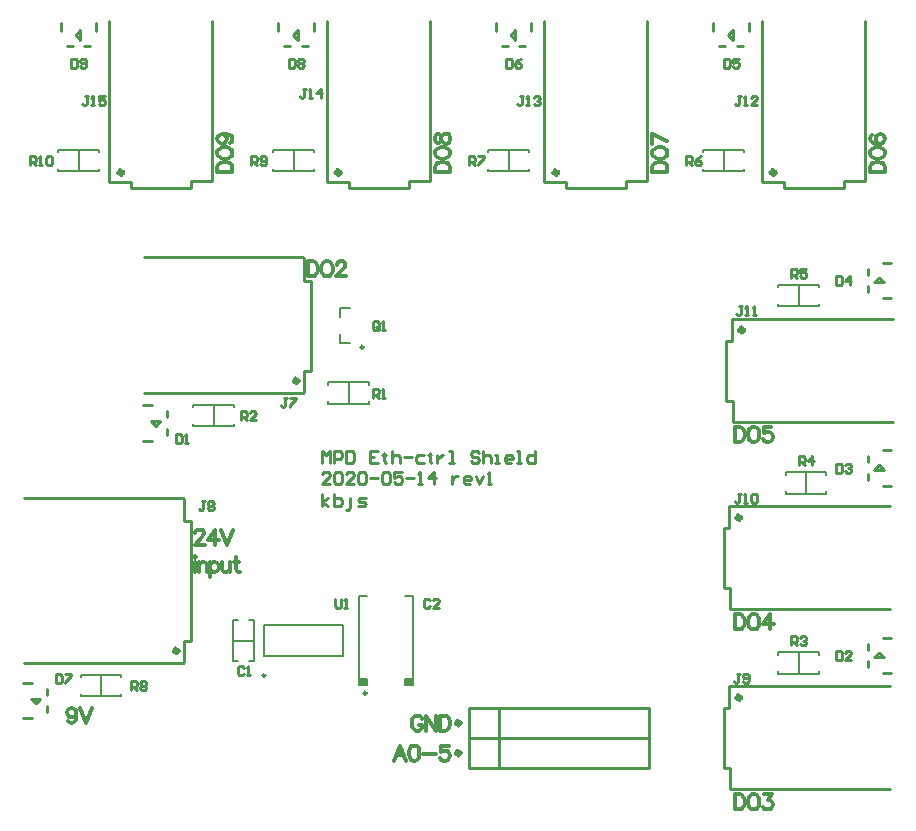
<source format=gto>
G04*
G04 #@! TF.GenerationSoftware,Altium Limited,Altium Designer,20.0.13 (296)*
G04*
G04 Layer_Color=65535*
%FSTAX24Y24*%
%MOIN*%
G70*
G01*
G75*
%ADD10C,0.0197*%
%ADD11C,0.0098*%
%ADD12C,0.0100*%
%ADD13C,0.0059*%
%ADD14C,0.0079*%
%ADD15C,0.0120*%
%ADD16R,0.0266X0.0217*%
D10*
X007463Y021598D02*
G03*
X007463Y021598I-000059J0D01*
G01*
X014713D02*
G03*
X014713Y021598I-000059J0D01*
G01*
X021963D02*
G03*
X021963Y021598I-000059J0D01*
G01*
X029213D02*
G03*
X029213Y021598I-000059J0D01*
G01*
X028157Y016346D02*
G03*
X028157Y016346I-000059J0D01*
G01*
X028059Y010096D02*
G03*
X028059Y010096I-000059J0D01*
G01*
Y004096D02*
G03*
X028059Y004096I-000059J0D01*
G01*
X009309Y005654D02*
G03*
X009309Y005654I-000059J0D01*
G01*
X013309Y014654D02*
G03*
X013309Y014654I-000059J0D01*
G01*
X018713Y00225D02*
G03*
X018713Y00225I-000059J0D01*
G01*
Y00325D02*
G03*
X018713Y00325I-000059J0D01*
G01*
D11*
X01223Y004839D02*
G03*
X01223Y004839I-000049J0D01*
G01*
X0156Y004248D02*
G03*
X0156Y004248I-000049J0D01*
G01*
X015502Y015782D02*
G03*
X015502Y015782I-000049J0D01*
G01*
D12*
X009785Y021323D02*
X010455D01*
X00703Y021283D02*
X007738D01*
X010455Y021323D02*
Y026638D01*
X00703Y021283D02*
Y026638D01*
X00975Y021098D02*
Y021323D01*
X00775Y021098D02*
X00975D01*
X00775D02*
Y021283D01*
X017035Y021323D02*
X017705D01*
X01428Y021283D02*
X014988D01*
X017705Y021323D02*
Y026638D01*
X01428Y021283D02*
Y026638D01*
X017Y021098D02*
Y021323D01*
X015Y021098D02*
X017D01*
X015D02*
Y021283D01*
X024285Y021323D02*
X024955D01*
X02153Y021283D02*
X022238D01*
X024955Y021323D02*
Y026638D01*
X02153Y021283D02*
Y026638D01*
X02425Y021098D02*
Y021323D01*
X02225Y021098D02*
X02425D01*
X02225D02*
Y021283D01*
X031535Y021323D02*
X032205D01*
X02878Y021283D02*
X029488D01*
X032205Y021323D02*
Y026638D01*
X02878Y021283D02*
Y026638D01*
X0315Y021098D02*
Y021323D01*
X0295Y021098D02*
X0315D01*
X0295D02*
Y021283D01*
X027823Y013295D02*
Y013965D01*
X027783Y016012D02*
Y01672D01*
X027823Y013295D02*
X033138D01*
X027783Y01672D02*
X033138D01*
X027598Y014D02*
X027823D01*
X027598D02*
Y016D01*
X027783D01*
X027724Y007045D02*
Y007715D01*
X027685Y009762D02*
Y01047D01*
X027724Y007045D02*
X033039D01*
X027685Y01047D02*
X033039D01*
X0275Y00775D02*
X027724D01*
X0275D02*
Y00975D01*
X027685D01*
X027724Y001045D02*
Y001715D01*
X027685Y003762D02*
Y00447D01*
X027724Y001045D02*
X033039D01*
X027685Y00447D02*
X033039D01*
X0275Y00175D02*
X027724D01*
X0275D02*
Y00375D01*
X027685D01*
X009526Y010004D02*
Y010713D01*
X009486Y010752D02*
X009526Y010713D01*
X004171Y010752D02*
X009486D01*
X009526Y00528D02*
Y005988D01*
X009486Y00524D02*
X009526Y00528D01*
X004171Y00524D02*
X009486D01*
X009526Y006D02*
X00975D01*
Y01D01*
X009526D02*
X00975D01*
X013526Y01802D02*
Y018728D01*
X013486Y018768D02*
X013526Y018728D01*
X008171Y018768D02*
X013486D01*
X013526Y01428D02*
Y014988D01*
X013486Y01424D02*
X013526Y01428D01*
X008171Y01424D02*
X013486D01*
X013526Y015D02*
X01375D01*
Y018D01*
X013526D02*
X01375D01*
X005606Y025803D02*
X005803D01*
X006197D02*
X006394D01*
X005902Y026177D02*
X006059Y026335D01*
X005902Y026177D02*
X006057Y026022D01*
X006059Y026024D02*
Y026335D01*
X006591Y026315D02*
Y026591D01*
X005409Y026315D02*
Y026591D01*
X012856Y025803D02*
X013053D01*
X013447D02*
X013644D01*
X013152Y026177D02*
X013309Y026335D01*
X013152Y026177D02*
X013307Y026022D01*
X013309Y026024D02*
Y026335D01*
X013841Y026315D02*
Y026591D01*
X012659Y026315D02*
Y026591D01*
X004947Y003606D02*
Y003803D01*
Y004197D02*
Y004394D01*
X004415Y004059D02*
X004573Y003902D01*
X004728Y004057D01*
X004415Y004059D02*
X004726D01*
X004159Y004591D02*
X004435D01*
X004159Y003409D02*
X004435D01*
X020106Y025803D02*
X020303D01*
X020697D02*
X020894D01*
X020402Y026177D02*
X020559Y026335D01*
X020402Y026177D02*
X020557Y026022D01*
X020559Y026024D02*
Y026335D01*
X021091Y026315D02*
Y026591D01*
X019909Y026315D02*
Y026591D01*
X027356Y025803D02*
X027553D01*
X027947D02*
X028144D01*
X027652Y026177D02*
X027809Y026335D01*
X027652Y026177D02*
X027807Y026022D01*
X027809Y026024D02*
Y026335D01*
X028341Y026315D02*
Y026591D01*
X027159Y026315D02*
Y026591D01*
X032303Y018197D02*
Y018394D01*
Y017606D02*
Y017803D01*
X032677Y018098D02*
X032835Y017941D01*
X032522Y017943D02*
X032677Y018098D01*
X032524Y017941D02*
X032835D01*
X032815Y017409D02*
X033091D01*
X032815Y018591D02*
X033091D01*
X032303Y011947D02*
Y012144D01*
Y011356D02*
Y011553D01*
X032677Y011848D02*
X032835Y011691D01*
X032522Y011693D02*
X032677Y011848D01*
X032524Y011691D02*
X032835D01*
X032815Y011159D02*
X033091D01*
X032815Y012341D02*
X033091D01*
X032303Y005697D02*
Y005894D01*
Y005106D02*
Y005303D01*
X032677Y005598D02*
X032835Y005441D01*
X032522Y005443D02*
X032677Y005598D01*
X032524Y005441D02*
X032835D01*
X032815Y004909D02*
X033091D01*
X032815Y006091D02*
X033091D01*
X008947Y012856D02*
Y013053D01*
Y013447D02*
Y013644D01*
X008415Y013309D02*
X008573Y013152D01*
X008728Y013307D01*
X008415Y013309D02*
X008726D01*
X008159Y013841D02*
X008435D01*
X008159Y012659D02*
X008435D01*
X02Y00175D02*
Y00275D01*
X019D02*
X02D01*
X019Y00175D02*
Y00275D01*
Y00175D02*
X025D01*
Y00275D01*
X019D02*
X025D01*
X02D02*
Y00375D01*
X019D02*
X02D01*
X019Y00275D02*
Y00375D01*
Y00275D02*
X025D01*
Y00375D01*
X019D02*
X025D01*
X0141Y011923D02*
Y012323D01*
X014233Y01219D01*
X014367Y012323D01*
Y011923D01*
X0145D02*
Y012323D01*
X0147D01*
X014766Y012256D01*
Y012123D01*
X0147Y012056D01*
X0145D01*
X0149Y012323D02*
Y011923D01*
X0151D01*
X015166Y01199D01*
Y012256D01*
X0151Y012323D01*
X0149D01*
X015966D02*
X015699D01*
Y011923D01*
X015966D01*
X015699Y012123D02*
X015833D01*
X016166Y012256D02*
Y01219D01*
X016099D01*
X016233D01*
X016166D01*
Y01199D01*
X016233Y011923D01*
X016433Y012323D02*
Y011923D01*
Y012123D01*
X016499Y01219D01*
X016633D01*
X016699Y012123D01*
Y011923D01*
X016832Y012123D02*
X017099D01*
X017499Y01219D02*
X017299D01*
X017232Y012123D01*
Y01199D01*
X017299Y011923D01*
X017499D01*
X017699Y012256D02*
Y01219D01*
X017632D01*
X017765D01*
X017699D01*
Y01199D01*
X017765Y011923D01*
X017965Y01219D02*
Y011923D01*
Y012056D01*
X018032Y012123D01*
X018099Y01219D01*
X018165D01*
X018365Y011923D02*
X018499D01*
X018432D01*
Y012323D01*
X018365D01*
X019365Y012256D02*
X019298Y012323D01*
X019165D01*
X019098Y012256D01*
Y01219D01*
X019165Y012123D01*
X019298D01*
X019365Y012056D01*
Y01199D01*
X019298Y011923D01*
X019165D01*
X019098Y01199D01*
X019498Y012323D02*
Y011923D01*
Y012123D01*
X019565Y01219D01*
X019698D01*
X019765Y012123D01*
Y011923D01*
X019898D02*
X020031D01*
X019965D01*
Y01219D01*
X019898D01*
X020431Y011923D02*
X020298D01*
X020231Y01199D01*
Y012123D01*
X020298Y01219D01*
X020431D01*
X020498Y012123D01*
Y012056D01*
X020231D01*
X020631Y011923D02*
X020765D01*
X020698D01*
Y012323D01*
X020631D01*
X021231D02*
Y011923D01*
X021031D01*
X020964Y01199D01*
Y012123D01*
X021031Y01219D01*
X021231D01*
X014367Y011203D02*
X0141D01*
X014367Y01147D01*
Y011536D01*
X0143Y011603D01*
X014167D01*
X0141Y011536D01*
X0145D02*
X014567Y011603D01*
X0147D01*
X014766Y011536D01*
Y01127D01*
X0147Y011203D01*
X014567D01*
X0145Y01127D01*
Y011536D01*
X015166Y011203D02*
X0149D01*
X015166Y01147D01*
Y011536D01*
X0151Y011603D01*
X014966D01*
X0149Y011536D01*
X0153D02*
X015366Y011603D01*
X0155D01*
X015566Y011536D01*
Y01127D01*
X0155Y011203D01*
X015366D01*
X0153Y01127D01*
Y011536D01*
X015699Y011403D02*
X015966D01*
X016099Y011536D02*
X016166Y011603D01*
X016299D01*
X016366Y011536D01*
Y01127D01*
X016299Y011203D01*
X016166D01*
X016099Y01127D01*
Y011536D01*
X016766Y011603D02*
X016499D01*
Y011403D01*
X016633Y01147D01*
X016699D01*
X016766Y011403D01*
Y01127D01*
X016699Y011203D01*
X016566D01*
X016499Y01127D01*
X016899Y011403D02*
X017166D01*
X017299Y011203D02*
X017432D01*
X017366D01*
Y011603D01*
X017299Y011536D01*
X017832Y011203D02*
Y011603D01*
X017632Y011403D01*
X017899D01*
X018432Y01147D02*
Y011203D01*
Y011336D01*
X018499Y011403D01*
X018565Y01147D01*
X018632D01*
X019032Y011203D02*
X018898D01*
X018832Y01127D01*
Y011403D01*
X018898Y01147D01*
X019032D01*
X019098Y011403D01*
Y011336D01*
X018832D01*
X019232Y01147D02*
X019365Y011203D01*
X019498Y01147D01*
X019632Y011203D02*
X019765D01*
X019698D01*
Y011603D01*
X019632Y011536D01*
X0141Y010483D02*
Y010883D01*
Y010617D02*
X0143Y01075D01*
X0141Y010617D02*
X0143Y010483D01*
X0145Y010883D02*
Y010483D01*
X0147D01*
X014766Y01055D01*
Y010617D01*
Y010683D01*
X0147Y01075D01*
X0145D01*
X0149Y01035D02*
X014966D01*
X015033Y010417D01*
Y01075D01*
X0153Y010483D02*
X0155D01*
X015566Y01055D01*
X0155Y010617D01*
X015366D01*
X0153Y010683D01*
X015366Y01075D01*
X015566D01*
X01455Y0074D02*
Y00715D01*
X0146Y0071D01*
X0147D01*
X01475Y00715D01*
Y0074D01*
X01485Y0071D02*
X01495D01*
X0149D01*
Y0074D01*
X01485Y00735D01*
X004375Y02185D02*
Y02215D01*
X004525D01*
X004575Y0221D01*
Y022D01*
X004525Y02195D01*
X004375D01*
X004475D02*
X004575Y02185D01*
X004675D02*
X004775D01*
X004725D01*
Y02215D01*
X004675Y0221D01*
X004925D02*
X004975Y02215D01*
X005075D01*
X005125Y0221D01*
Y0219D01*
X005075Y02185D01*
X004975D01*
X004925Y0219D01*
Y0221D01*
X01175Y02185D02*
Y02215D01*
X0119D01*
X01195Y0221D01*
Y022D01*
X0119Y02195D01*
X01175D01*
X01185D02*
X01195Y02185D01*
X01205Y0219D02*
X0121Y02185D01*
X0122D01*
X01225Y0219D01*
Y0221D01*
X0122Y02215D01*
X0121D01*
X01205Y0221D01*
Y02205D01*
X0121Y022D01*
X01225D01*
X00775Y00435D02*
Y00465D01*
X0079D01*
X00795Y0046D01*
Y0045D01*
X0079Y00445D01*
X00775D01*
X00785D02*
X00795Y00435D01*
X00805Y0046D02*
X0081Y00465D01*
X0082D01*
X00825Y0046D01*
Y00455D01*
X0082Y0045D01*
X00825Y00445D01*
Y0044D01*
X0082Y00435D01*
X0081D01*
X00805Y0044D01*
Y00445D01*
X0081Y0045D01*
X00805Y00455D01*
Y0046D01*
X0081Y0045D02*
X0082D01*
X019Y02185D02*
Y02215D01*
X01915D01*
X0192Y0221D01*
Y022D01*
X01915Y02195D01*
X019D01*
X0191D02*
X0192Y02185D01*
X0193Y02215D02*
X0195D01*
Y0221D01*
X0193Y0219D01*
Y02185D01*
X02625D02*
Y02215D01*
X0264D01*
X02645Y0221D01*
Y022D01*
X0264Y02195D01*
X02625D01*
X02635D02*
X02645Y02185D01*
X02675Y02215D02*
X02665Y0221D01*
X02655Y022D01*
Y0219D01*
X0266Y02185D01*
X0267D01*
X02675Y0219D01*
Y02195D01*
X0267Y022D01*
X02655D01*
X02975Y0181D02*
Y0184D01*
X0299D01*
X02995Y01835D01*
Y01825D01*
X0299Y0182D01*
X02975D01*
X02985D02*
X02995Y0181D01*
X03025Y0184D02*
X03005D01*
Y01825D01*
X03015Y0183D01*
X0302D01*
X03025Y01825D01*
Y01815D01*
X0302Y0181D01*
X0301D01*
X03005Y01815D01*
X03Y01185D02*
Y01215D01*
X03015D01*
X0302Y0121D01*
Y012D01*
X03015Y01195D01*
X03D01*
X0301D02*
X0302Y01185D01*
X03045D02*
Y01215D01*
X0303Y012D01*
X0305D01*
X02975Y00585D02*
Y00615D01*
X0299D01*
X02995Y0061D01*
Y006D01*
X0299Y00595D01*
X02975D01*
X02985D02*
X02995Y00585D01*
X03005Y0061D02*
X0301Y00615D01*
X0302D01*
X03025Y0061D01*
Y00605D01*
X0302Y006D01*
X03015D01*
X0302D01*
X03025Y00595D01*
Y0059D01*
X0302Y00585D01*
X0301D01*
X03005Y0059D01*
X011406Y01335D02*
Y01365D01*
X011556D01*
X011606Y0136D01*
Y0135D01*
X011556Y01345D01*
X011406D01*
X011506D02*
X011606Y01335D01*
X011905D02*
X011705D01*
X011905Y01355D01*
Y0136D01*
X011855Y01365D01*
X011755D01*
X011705Y0136D01*
X0158Y0141D02*
Y0144D01*
X01595D01*
X016Y01435D01*
Y01425D01*
X01595Y0142D01*
X0158D01*
X0159D02*
X016Y0141D01*
X0161D02*
X0162D01*
X01615D01*
Y0144D01*
X0161Y01435D01*
X006325Y02415D02*
X006225D01*
X006275D01*
Y0239D01*
X006225Y02385D01*
X006175D01*
X006125Y0239D01*
X006425Y02385D02*
X006525D01*
X006475D01*
Y02415D01*
X006425Y0241D01*
X006875Y02415D02*
X006675D01*
Y024D01*
X006775Y02405D01*
X006825D01*
X006875Y024D01*
Y0239D01*
X006825Y02385D01*
X006725D01*
X006675Y0239D01*
X013575Y0244D02*
X013475D01*
X013525D01*
Y02415D01*
X013475Y0241D01*
X013425D01*
X013375Y02415D01*
X013675Y0241D02*
X013775D01*
X013725D01*
Y0244D01*
X013675Y02435D01*
X014075Y0241D02*
Y0244D01*
X013925Y02425D01*
X014125D01*
X020825Y02415D02*
X020725D01*
X020775D01*
Y0239D01*
X020725Y02385D01*
X020675D01*
X020625Y0239D01*
X020925Y02385D02*
X021025D01*
X020975D01*
Y02415D01*
X020925Y0241D01*
X021175D02*
X021225Y02415D01*
X021325D01*
X021375Y0241D01*
Y02405D01*
X021325Y024D01*
X021275D01*
X021325D01*
X021375Y02395D01*
Y0239D01*
X021325Y02385D01*
X021225D01*
X021175Y0239D01*
X028075Y02415D02*
X027975D01*
X028025D01*
Y0239D01*
X027975Y02385D01*
X027925D01*
X027875Y0239D01*
X028175Y02385D02*
X028275D01*
X028225D01*
Y02415D01*
X028175Y0241D01*
X028625Y02385D02*
X028425D01*
X028625Y02405D01*
Y0241D01*
X028575Y02415D01*
X028475D01*
X028425Y0241D01*
X028125Y01715D02*
X028025D01*
X028075D01*
Y0169D01*
X028025Y01685D01*
X027975D01*
X027925Y0169D01*
X028225Y01685D02*
X028325D01*
X028275D01*
Y01715D01*
X028225Y0171D01*
X028475Y01685D02*
X028575D01*
X028525D01*
Y01715D01*
X028475Y0171D01*
X028075Y0109D02*
X027975D01*
X028025D01*
Y01065D01*
X027975Y0106D01*
X027925D01*
X027875Y01065D01*
X028175Y0106D02*
X028275D01*
X028225D01*
Y0109D01*
X028175Y01085D01*
X028425D02*
X028475Y0109D01*
X028575D01*
X028625Y01085D01*
Y01065D01*
X028575Y0106D01*
X028475D01*
X028425Y01065D01*
Y01085D01*
X028036Y004895D02*
X027936D01*
X027986D01*
Y004645D01*
X027936Y004595D01*
X027886D01*
X027836Y004645D01*
X028135D02*
X028185Y004595D01*
X028285D01*
X028335Y004645D01*
Y004845D01*
X028285Y004895D01*
X028185D01*
X028135Y004845D01*
Y004795D01*
X028185Y004745D01*
X028335D01*
X0102Y01065D02*
X0101D01*
X01015D01*
Y0104D01*
X0101Y01035D01*
X01005D01*
X01Y0104D01*
X0103Y0106D02*
X01035Y01065D01*
X01045D01*
X0105Y0106D01*
Y01055D01*
X01045Y0105D01*
X0105Y01045D01*
Y0104D01*
X01045Y01035D01*
X01035D01*
X0103Y0104D01*
Y01045D01*
X01035Y0105D01*
X0103Y01055D01*
Y0106D01*
X01035Y0105D02*
X01045D01*
X01294Y0141D02*
X01284D01*
X01289D01*
Y01385D01*
X01284Y0138D01*
X01279D01*
X01274Y01385D01*
X01304Y0141D02*
X01324D01*
Y01405D01*
X01304Y01385D01*
Y0138D01*
X016Y0164D02*
Y0166D01*
X01595Y01665D01*
X01585D01*
X0158Y0166D01*
Y0164D01*
X01585Y01635D01*
X01595D01*
X0159Y01645D02*
X016Y01635D01*
X01595D02*
X016Y0164D01*
X0161Y01635D02*
X0162D01*
X01615D01*
Y01665D01*
X0161Y0166D01*
X00575Y0254D02*
Y0251D01*
X0059D01*
X00595Y02515D01*
Y02535D01*
X0059Y0254D01*
X00575D01*
X00605Y02515D02*
X0061Y0251D01*
X0062D01*
X00625Y02515D01*
Y02535D01*
X0062Y0254D01*
X0061D01*
X00605Y02535D01*
Y0253D01*
X0061Y02525D01*
X00625D01*
X013Y0254D02*
Y0251D01*
X01315D01*
X0132Y02515D01*
Y02535D01*
X01315Y0254D01*
X013D01*
X0133Y02535D02*
X01335Y0254D01*
X01345D01*
X0135Y02535D01*
Y0253D01*
X01345Y02525D01*
X0135Y0252D01*
Y02515D01*
X01345Y0251D01*
X01335D01*
X0133Y02515D01*
Y0252D01*
X01335Y02525D01*
X0133Y0253D01*
Y02535D01*
X01335Y02525D02*
X01345D01*
X00524Y00487D02*
Y00457D01*
X00539D01*
X00544Y00462D01*
Y00482D01*
X00539Y00487D01*
X00524D01*
X00554D02*
X00574D01*
Y00482D01*
X00554Y00462D01*
Y00457D01*
X02025Y0254D02*
Y0251D01*
X0204D01*
X02045Y02515D01*
Y02535D01*
X0204Y0254D01*
X02025D01*
X02075D02*
X02065Y02535D01*
X02055Y02525D01*
Y02515D01*
X0206Y0251D01*
X0207D01*
X02075Y02515D01*
Y0252D01*
X0207Y02525D01*
X02055D01*
X0275Y0254D02*
Y0251D01*
X02765D01*
X0277Y02515D01*
Y02535D01*
X02765Y0254D01*
X0275D01*
X028D02*
X0278D01*
Y02525D01*
X0279Y0253D01*
X02795D01*
X028Y02525D01*
Y02515D01*
X02795Y0251D01*
X02785D01*
X0278Y02515D01*
X03125Y01815D02*
Y01785D01*
X0314D01*
X03145Y0179D01*
Y0181D01*
X0314Y01815D01*
X03125D01*
X0317Y01785D02*
Y01815D01*
X03155Y018D01*
X03175D01*
X03125Y0119D02*
Y0116D01*
X0314D01*
X03145Y01165D01*
Y01185D01*
X0314Y0119D01*
X03125D01*
X03155Y01185D02*
X0316Y0119D01*
X0317D01*
X03175Y01185D01*
Y0118D01*
X0317Y01175D01*
X03165D01*
X0317D01*
X03175Y0117D01*
Y01165D01*
X0317Y0116D01*
X0316D01*
X03155Y01165D01*
X03125Y00565D02*
Y00535D01*
X0314D01*
X03145Y0054D01*
Y0056D01*
X0314Y00565D01*
X03125D01*
X03175Y00535D02*
X03155D01*
X03175Y00555D01*
Y0056D01*
X0317Y00565D01*
X0316D01*
X03155Y0056D01*
X00924Y01287D02*
Y01257D01*
X00939D01*
X00944Y01262D01*
Y01282D01*
X00939Y01287D01*
X00924D01*
X00954Y01257D02*
X00964D01*
X00959D01*
Y01287D01*
X00954Y01282D01*
X0177Y00735D02*
X01765Y0074D01*
X01755D01*
X0175Y00735D01*
Y00715D01*
X01755Y0071D01*
X01765D01*
X0177Y00715D01*
X018Y0071D02*
X0178D01*
X018Y0073D01*
Y00735D01*
X01795Y0074D01*
X01785D01*
X0178Y00735D01*
X0115Y0051D02*
X01145Y00515D01*
X01135D01*
X0113Y0051D01*
Y0049D01*
X01135Y00485D01*
X01145D01*
X0115Y0049D01*
X0116Y00485D02*
X0117D01*
X01165D01*
Y00515D01*
X0116Y0051D01*
D13*
X006081Y004776D02*
Y004854D01*
X007419D01*
Y004776D02*
Y004854D01*
X006081Y004146D02*
Y004224D01*
Y004146D02*
X007419D01*
Y004224D01*
X00675Y004146D02*
Y004854D01*
X011146Y005331D02*
X011303D01*
X011146D02*
Y006669D01*
X011303D01*
X011697D02*
X011854D01*
Y005331D02*
Y006669D01*
X011697Y005331D02*
X011854D01*
X011146Y006D02*
X011854D01*
X014331Y014526D02*
Y014604D01*
X015669D01*
Y014526D02*
Y014604D01*
X014331Y013896D02*
Y013974D01*
Y013896D02*
X015669D01*
Y013974D01*
X015Y013896D02*
Y014604D01*
X009831Y013776D02*
Y013854D01*
X011169D01*
Y013776D02*
Y013854D01*
X009831Y013146D02*
Y013224D01*
Y013146D02*
X011169D01*
Y013224D01*
X0105Y013146D02*
Y013854D01*
X030669Y004896D02*
Y004974D01*
X029331Y004896D02*
X030669D01*
X029331D02*
Y004974D01*
X030669Y005526D02*
Y005604D01*
X029331D02*
X030669D01*
X029331Y005526D02*
Y005604D01*
X03Y004896D02*
Y005604D01*
X030919Y010896D02*
Y010974D01*
X029581Y010896D02*
X030919D01*
X029581D02*
Y010974D01*
X030919Y011526D02*
Y011604D01*
X029581D02*
X030919D01*
X029581Y011526D02*
Y011604D01*
X03025Y010896D02*
Y011604D01*
X030669Y017146D02*
Y017224D01*
X029331Y017146D02*
X030669D01*
X029331D02*
Y017224D01*
X030669Y017776D02*
Y017854D01*
X029331D02*
X030669D01*
X029331Y017776D02*
Y017854D01*
X03Y017146D02*
Y017854D01*
X019664Y022276D02*
Y022354D01*
X021003D01*
Y022276D02*
Y022354D01*
X019664Y021646D02*
Y021724D01*
Y021646D02*
X021003D01*
Y021724D01*
X020333Y021646D02*
Y022354D01*
X026831Y022276D02*
Y022354D01*
X028169D01*
Y022276D02*
Y022354D01*
X026831Y021646D02*
Y021724D01*
Y021646D02*
X028169D01*
Y021724D01*
X0275Y021646D02*
Y022354D01*
X005331Y022276D02*
Y022354D01*
X006669D01*
Y022276D02*
Y022354D01*
X005331Y021646D02*
Y021724D01*
Y021646D02*
X006669D01*
Y021724D01*
X006Y021646D02*
Y022354D01*
X012497Y022276D02*
Y022354D01*
X013836D01*
Y022276D02*
Y022354D01*
X012497Y021646D02*
Y021724D01*
Y021646D02*
X013836D01*
Y021724D01*
X013167Y021646D02*
Y022354D01*
D14*
X012181Y005488D02*
X014819D01*
X012181Y006512D02*
X014819D01*
X012181Y005488D02*
Y006512D01*
X014819Y005488D02*
Y006512D01*
X01561Y004504D02*
Y00472D01*
X015344D02*
X01561D01*
X01689D02*
X017156D01*
X01689Y004504D02*
Y00472D01*
Y007496D02*
X017156D01*
X01689Y004504D02*
X017156D01*
X015344Y007496D02*
X01561D01*
X015344Y004504D02*
X01561D01*
X017156D02*
Y007496D01*
X015344Y004504D02*
Y007496D01*
X014724Y016785D02*
Y017091D01*
X015039D01*
X014724Y015909D02*
Y016215D01*
Y015909D02*
X015039D01*
D15*
X02787Y01312D02*
Y01262D01*
Y01312D02*
X028037D01*
X028108Y013096D01*
X028156Y013048D01*
X028179Y013001D01*
X028203Y012929D01*
Y01281D01*
X028179Y012739D01*
X028156Y012691D01*
X028108Y012644D01*
X028037Y01262D01*
X02787D01*
X028458Y01312D02*
X02841Y013096D01*
X028363Y013048D01*
X028339Y013001D01*
X028315Y012929D01*
Y01281D01*
X028339Y012739D01*
X028363Y012691D01*
X02841Y012644D01*
X028458Y01262D01*
X028553D01*
X028601Y012644D01*
X028648Y012691D01*
X028672Y012739D01*
X028696Y01281D01*
Y012929D01*
X028672Y013001D01*
X028648Y013048D01*
X028601Y013096D01*
X028553Y01312D01*
X028458D01*
X029098D02*
X02886D01*
X028836Y012906D01*
X02886Y012929D01*
X028932Y012953D01*
X029003D01*
X029074Y012929D01*
X029122Y012882D01*
X029146Y01281D01*
Y012763D01*
X029122Y012691D01*
X029074Y012644D01*
X029003Y01262D01*
X028932D01*
X02886Y012644D01*
X028836Y012668D01*
X028813Y012715D01*
X02787Y00687D02*
Y00637D01*
Y00687D02*
X028037D01*
X028108Y006846D01*
X028156Y006798D01*
X028179Y006751D01*
X028203Y006679D01*
Y00656D01*
X028179Y006489D01*
X028156Y006441D01*
X028108Y006394D01*
X028037Y00637D01*
X02787D01*
X028458Y00687D02*
X02841Y006846D01*
X028363Y006798D01*
X028339Y006751D01*
X028315Y006679D01*
Y00656D01*
X028339Y006489D01*
X028363Y006441D01*
X02841Y006394D01*
X028458Y00637D01*
X028553D01*
X028601Y006394D01*
X028648Y006441D01*
X028672Y006489D01*
X028696Y00656D01*
Y006679D01*
X028672Y006751D01*
X028648Y006798D01*
X028601Y006846D01*
X028553Y00687D01*
X028458D01*
X029051D02*
X028813Y006537D01*
X02917D01*
X029051Y00687D02*
Y00637D01*
X01063Y02162D02*
X01113D01*
X01063D02*
Y021787D01*
X010654Y021858D01*
X010702Y021906D01*
X010749Y021929D01*
X010821Y021953D01*
X01094D01*
X011011Y021929D01*
X011059Y021906D01*
X011106Y021858D01*
X01113Y021787D01*
Y02162D01*
X01063Y022208D02*
X010654Y02216D01*
X010702Y022113D01*
X010749Y022089D01*
X010821Y022065D01*
X01094D01*
X011011Y022089D01*
X011059Y022113D01*
X011106Y02216D01*
X01113Y022208D01*
Y022303D01*
X011106Y022351D01*
X011059Y022398D01*
X011011Y022422D01*
X01094Y022446D01*
X010821D01*
X010749Y022422D01*
X010702Y022398D01*
X010654Y022351D01*
X01063Y022303D01*
Y022208D01*
X010797Y022872D02*
X010868Y022848D01*
X010916Y022801D01*
X01094Y022729D01*
Y022705D01*
X010916Y022634D01*
X010868Y022586D01*
X010797Y022563D01*
X010773D01*
X010702Y022586D01*
X010654Y022634D01*
X01063Y022705D01*
Y022729D01*
X010654Y022801D01*
X010702Y022848D01*
X010797Y022872D01*
X010916D01*
X011035Y022848D01*
X011106Y022801D01*
X01113Y022729D01*
Y022682D01*
X011106Y02261D01*
X011059Y022586D01*
X02787Y00087D02*
Y00037D01*
Y00087D02*
X028037D01*
X028108Y000846D01*
X028156Y000798D01*
X028179Y000751D01*
X028203Y000679D01*
Y00056D01*
X028179Y000489D01*
X028156Y000441D01*
X028108Y000394D01*
X028037Y00037D01*
X02787D01*
X028458Y00087D02*
X02841Y000846D01*
X028363Y000798D01*
X028339Y000751D01*
X028315Y000679D01*
Y00056D01*
X028339Y000489D01*
X028363Y000441D01*
X02841Y000394D01*
X028458Y00037D01*
X028553D01*
X028601Y000394D01*
X028648Y000441D01*
X028672Y000489D01*
X028696Y00056D01*
Y000679D01*
X028672Y000751D01*
X028648Y000798D01*
X028601Y000846D01*
X028553Y00087D01*
X028458D01*
X02886D02*
X029122D01*
X028979Y000679D01*
X029051D01*
X029098Y000656D01*
X029122Y000632D01*
X029146Y00056D01*
Y000513D01*
X029122Y000441D01*
X029074Y000394D01*
X029003Y00037D01*
X028932D01*
X02886Y000394D01*
X028836Y000418D01*
X028813Y000465D01*
X009894Y009579D02*
Y009603D01*
X009918Y009651D01*
X009941Y009674D01*
X009989Y009698D01*
X010084D01*
X010132Y009674D01*
X010156Y009651D01*
X010179Y009603D01*
Y009555D01*
X010156Y009508D01*
X010108Y009436D01*
X00987Y009198D01*
X010203D01*
X010553Y009698D02*
X010315Y009365D01*
X010672D01*
X010553Y009698D02*
Y009198D01*
X01076Y009698D02*
X010951Y009198D01*
X011141Y009698D02*
X010951Y009198D01*
X00987Y008787D02*
X009894Y008763D01*
X009918Y008787D01*
X009894Y00881D01*
X00987Y008787D01*
X009894Y00862D02*
Y008287D01*
X010006Y00862D02*
Y008287D01*
Y008525D02*
X010077Y008596D01*
X010125Y00862D01*
X010196D01*
X010244Y008596D01*
X010268Y008525D01*
Y008287D01*
X010398Y00862D02*
Y00812D01*
Y008548D02*
X010446Y008596D01*
X010494Y00862D01*
X010565D01*
X010613Y008596D01*
X01066Y008548D01*
X010684Y008477D01*
Y008429D01*
X01066Y008358D01*
X010613Y00831D01*
X010565Y008287D01*
X010494D01*
X010446Y00831D01*
X010398Y008358D01*
X010791Y00862D02*
Y008382D01*
X010815Y00831D01*
X010863Y008287D01*
X010934D01*
X010982Y00831D01*
X011053Y008382D01*
Y00862D02*
Y008287D01*
X011255Y008787D02*
Y008382D01*
X011279Y00831D01*
X011327Y008287D01*
X011374D01*
X011184Y00862D02*
X011351D01*
X016909Y002D02*
X016718Y0025D01*
X016528Y002D01*
X016599Y002167D02*
X016837D01*
X017168Y0025D02*
X017097Y002476D01*
X017049Y002405D01*
X017026Y002286D01*
Y002214D01*
X017049Y002095D01*
X017097Y002024D01*
X017168Y002D01*
X017216D01*
X017287Y002024D01*
X017335Y002095D01*
X017359Y002214D01*
Y002286D01*
X017335Y002405D01*
X017287Y002476D01*
X017216Y0025D01*
X017168D01*
X017471Y002214D02*
X017899D01*
X018332Y0025D02*
X018094D01*
X018071Y002286D01*
X018094Y00231D01*
X018166Y002333D01*
X018237D01*
X018309Y00231D01*
X018356Y002262D01*
X01838Y00219D01*
Y002143D01*
X018356Y002071D01*
X018309Y002024D01*
X018237Y002D01*
X018166D01*
X018094Y002024D01*
X018071Y002048D01*
X018047Y002095D01*
X03238Y02162D02*
X03288D01*
X03238D02*
Y021787D01*
X032404Y021858D01*
X032452Y021906D01*
X032499Y021929D01*
X032571Y021953D01*
X03269D01*
X032761Y021929D01*
X032809Y021906D01*
X032856Y021858D01*
X03288Y021787D01*
Y02162D01*
X03238Y022208D02*
X032404Y02216D01*
X032452Y022113D01*
X032499Y022089D01*
X032571Y022065D01*
X03269D01*
X032761Y022089D01*
X032809Y022113D01*
X032856Y02216D01*
X03288Y022208D01*
Y022303D01*
X032856Y022351D01*
X032809Y022398D01*
X032761Y022422D01*
X03269Y022446D01*
X032571D01*
X032499Y022422D01*
X032452Y022398D01*
X032404Y022351D01*
X03238Y022303D01*
Y022208D01*
X032452Y022848D02*
X032404Y022824D01*
X03238Y022753D01*
Y022705D01*
X032404Y022634D01*
X032475Y022586D01*
X032594Y022563D01*
X032713D01*
X032809Y022586D01*
X032856Y022634D01*
X03288Y022705D01*
Y022729D01*
X032856Y022801D01*
X032809Y022848D01*
X032737Y022872D01*
X032713D01*
X032642Y022848D01*
X032594Y022801D01*
X032571Y022729D01*
Y022705D01*
X032594Y022634D01*
X032642Y022586D01*
X032713Y022563D01*
X017461Y003381D02*
X017437Y003429D01*
X01739Y003476D01*
X017342Y0035D01*
X017247D01*
X017199Y003476D01*
X017152Y003429D01*
X017128Y003381D01*
X017104Y00331D01*
Y00319D01*
X017128Y003119D01*
X017152Y003071D01*
X017199Y003024D01*
X017247Y003D01*
X017342D01*
X01739Y003024D01*
X017437Y003071D01*
X017461Y003119D01*
Y00319D01*
X017342D02*
X017461D01*
X017575Y0035D02*
Y003D01*
Y0035D02*
X017909Y003D01*
Y0035D02*
Y003D01*
X018047Y0035D02*
Y003D01*
Y0035D02*
X018213D01*
X018285Y003476D01*
X018332Y003429D01*
X018356Y003381D01*
X01838Y00331D01*
Y00319D01*
X018356Y003119D01*
X018332Y003071D01*
X018285Y003024D01*
X018213Y003D01*
X018047D01*
X02513Y02162D02*
X02563D01*
X02513D02*
Y021787D01*
X025154Y021858D01*
X025202Y021906D01*
X025249Y021929D01*
X025321Y021953D01*
X02544D01*
X025511Y021929D01*
X025559Y021906D01*
X025606Y021858D01*
X02563Y021787D01*
Y02162D01*
X02513Y022208D02*
X025154Y02216D01*
X025202Y022113D01*
X025249Y022089D01*
X025321Y022065D01*
X02544D01*
X025511Y022089D01*
X025559Y022113D01*
X025606Y02216D01*
X02563Y022208D01*
Y022303D01*
X025606Y022351D01*
X025559Y022398D01*
X025511Y022422D01*
X02544Y022446D01*
X025321D01*
X025249Y022422D01*
X025202Y022398D01*
X025154Y022351D01*
X02513Y022303D01*
Y022208D01*
Y022896D02*
X02563Y022658D01*
X02513Y022563D02*
Y022896D01*
X01788Y02162D02*
X01838D01*
X01788D02*
Y021787D01*
X017904Y021858D01*
X017952Y021906D01*
X017999Y021929D01*
X018071Y021953D01*
X01819D01*
X018261Y021929D01*
X018309Y021906D01*
X018356Y021858D01*
X01838Y021787D01*
Y02162D01*
X01788Y022208D02*
X017904Y02216D01*
X017952Y022113D01*
X017999Y022089D01*
X018071Y022065D01*
X01819D01*
X018261Y022089D01*
X018309Y022113D01*
X018356Y02216D01*
X01838Y022208D01*
Y022303D01*
X018356Y022351D01*
X018309Y022398D01*
X018261Y022422D01*
X01819Y022446D01*
X018071D01*
X017999Y022422D01*
X017952Y022398D01*
X017904Y022351D01*
X01788Y022303D01*
Y022208D01*
Y022682D02*
X017904Y02261D01*
X017952Y022586D01*
X017999D01*
X018047Y02261D01*
X018071Y022658D01*
X018094Y022753D01*
X018118Y022824D01*
X018166Y022872D01*
X018213Y022896D01*
X018285D01*
X018332Y022872D01*
X018356Y022848D01*
X01838Y022777D01*
Y022682D01*
X018356Y02261D01*
X018332Y022586D01*
X018285Y022563D01*
X018213D01*
X018166Y022586D01*
X018118Y022634D01*
X018094Y022705D01*
X018071Y022801D01*
X018047Y022848D01*
X017999Y022872D01*
X017952D01*
X017904Y022848D01*
X01788Y022777D01*
Y022682D01*
X005929Y003583D02*
X005906Y003512D01*
X005858Y003464D01*
X005787Y00344D01*
X005763D01*
X005691Y003464D01*
X005644Y003512D01*
X00562Y003583D01*
Y003607D01*
X005644Y003679D01*
X005691Y003726D01*
X005763Y00375D01*
X005787D01*
X005858Y003726D01*
X005906Y003679D01*
X005929Y003583D01*
Y003464D01*
X005906Y003345D01*
X005858Y003274D01*
X005787Y00325D01*
X005739D01*
X005668Y003274D01*
X005644Y003321D01*
X006065Y00375D02*
X006256Y00325D01*
X006446Y00375D02*
X006256Y00325D01*
X013646Y01864D02*
Y01814D01*
Y01864D02*
X013812D01*
X013884Y018616D01*
X013931Y018568D01*
X013955Y018521D01*
X013979Y018449D01*
Y01833D01*
X013955Y018259D01*
X013931Y018211D01*
X013884Y018163D01*
X013812Y01814D01*
X013646D01*
X014234Y01864D02*
X014186Y018616D01*
X014138Y018568D01*
X014115Y018521D01*
X014091Y018449D01*
Y01833D01*
X014115Y018259D01*
X014138Y018211D01*
X014186Y018163D01*
X014234Y01814D01*
X014329D01*
X014376Y018163D01*
X014424Y018211D01*
X014448Y018259D01*
X014472Y01833D01*
Y018449D01*
X014448Y018521D01*
X014424Y018568D01*
X014376Y018616D01*
X014329Y01864D01*
X014234D01*
X014612Y018521D02*
Y018544D01*
X014636Y018592D01*
X01466Y018616D01*
X014707Y01864D01*
X014802D01*
X01485Y018616D01*
X014874Y018592D01*
X014898Y018544D01*
Y018497D01*
X014874Y018449D01*
X014826Y018378D01*
X014588Y01814D01*
X014922D01*
D16*
X015477Y004612D02*
D03*
X017023Y004612D02*
D03*
M02*

</source>
